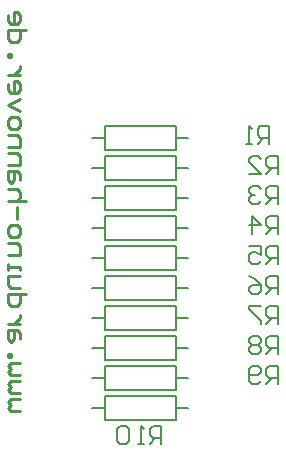
<source format=gbo>
%FSLAX42Y42*%
%MOMM*%
G71*
G01*
G75*
G04 Layer_Color=9936042*
%ADD10C,0.50*%
%ADD11C,1.00*%
G04:AMPARAMS|DCode=12|XSize=5mm|YSize=2.5mm|CornerRadius=0.63mm|HoleSize=0mm|Usage=FLASHONLY|Rotation=0.000|XOffset=0mm|YOffset=0mm|HoleType=Round|Shape=RoundedRectangle|*
%AMROUNDEDRECTD12*
21,1,5.00,1.25,0,0,0.0*
21,1,3.75,2.50,0,0,0.0*
1,1,1.25,1.88,-0.63*
1,1,1.25,-1.88,-0.63*
1,1,1.25,-1.88,0.63*
1,1,1.25,1.88,0.63*
%
%ADD12ROUNDEDRECTD12*%
%ADD13C,2.00*%
%ADD14C,1.60*%
%ADD15R,1.60X1.60*%
%ADD16C,2.30*%
%ADD17C,0.20*%
G04:AMPARAMS|DCode=18|XSize=5.1mm|YSize=2.6mm|CornerRadius=0.68mm|HoleSize=0mm|Usage=FLASHONLY|Rotation=0.000|XOffset=0mm|YOffset=0mm|HoleType=Round|Shape=RoundedRectangle|*
%AMROUNDEDRECTD18*
21,1,5.10,1.25,0,0,0.0*
21,1,3.75,2.60,0,0,0.0*
1,1,1.35,1.88,-0.63*
1,1,1.35,-1.88,-0.63*
1,1,1.35,-1.88,0.63*
1,1,1.35,1.88,0.63*
%
%ADD18ROUNDEDRECTD18*%
%ADD19C,2.10*%
%ADD20C,1.70*%
%ADD21R,1.70X1.70*%
%ADD22C,2.40*%
%ADD23C,0.25*%
D17*
X300Y-354D02*
Y-154D01*
X-300Y-354D02*
Y-154D01*
X300Y-254D02*
X406D01*
X-406D02*
X-300D01*
Y-354D02*
X300D01*
X-300Y-154D02*
X300D01*
X-300Y-408D02*
X300D01*
X-300Y-608D02*
X300D01*
X-406Y-508D02*
X-300D01*
X300D02*
X406D01*
X-300Y-608D02*
Y-408D01*
X300Y-608D02*
Y-408D01*
Y-862D02*
Y-662D01*
X-300Y-862D02*
Y-662D01*
X300Y-762D02*
X406D01*
X-406D02*
X-300D01*
Y-862D02*
X300D01*
X-300Y-662D02*
X300D01*
X-300Y-916D02*
X300D01*
X-300Y-1116D02*
X300D01*
X-406Y-1016D02*
X-300D01*
X300D02*
X406D01*
X-300Y-1116D02*
Y-916D01*
X300Y-1116D02*
Y-916D01*
Y-1370D02*
Y-1170D01*
X-300Y-1370D02*
Y-1170D01*
X300Y-1270D02*
X406D01*
X-406D02*
X-300D01*
Y-1370D02*
X300D01*
X-300Y-1170D02*
X300D01*
X-300Y-1424D02*
X300D01*
X-300Y-1624D02*
X300D01*
X-406Y-1524D02*
X-300D01*
X300D02*
X406D01*
X-300Y-1624D02*
Y-1424D01*
X300Y-1624D02*
Y-1424D01*
Y-1878D02*
Y-1678D01*
X-300Y-1878D02*
Y-1678D01*
X300Y-1778D02*
X406D01*
X-406D02*
X-300D01*
Y-1878D02*
X300D01*
X-300Y-1678D02*
X300D01*
X-300Y608D02*
X300D01*
X-300Y408D02*
X300D01*
X-406Y508D02*
X-300D01*
X300D02*
X406D01*
X-300Y408D02*
Y608D01*
X300Y408D02*
Y608D01*
X-300Y100D02*
X300D01*
X-300Y-100D02*
X300D01*
X-406Y0D02*
X-300D01*
X300D02*
X406D01*
X-300Y-100D02*
Y100D01*
X300Y-100D02*
Y100D01*
Y154D02*
Y354D01*
X-300Y154D02*
Y354D01*
X300Y254D02*
X406D01*
X-406D02*
X-300D01*
Y154D02*
X300D01*
X-300Y354D02*
X300D01*
X178Y-2083D02*
Y-1933D01*
X103D01*
X78Y-1958D01*
Y-2008D01*
X103Y-2033D01*
X178D01*
X128D02*
X78Y-2083D01*
X28D02*
X-22D01*
X3D01*
Y-1933D01*
X28Y-1958D01*
X-97D02*
X-122Y-1933D01*
X-172D01*
X-197Y-1958D01*
Y-2058D01*
X-172Y-2083D01*
X-122D01*
X-97Y-2058D01*
Y-1958D01*
X1168Y-1575D02*
Y-1425D01*
X1093D01*
X1068Y-1450D01*
Y-1500D01*
X1093Y-1525D01*
X1168D01*
X1118D02*
X1068Y-1575D01*
X1018Y-1550D02*
X993Y-1575D01*
X943D01*
X918Y-1550D01*
Y-1450D01*
X943Y-1425D01*
X993D01*
X1018Y-1450D01*
Y-1475D01*
X993Y-1500D01*
X918D01*
X1168Y-1321D02*
Y-1171D01*
X1093D01*
X1068Y-1196D01*
Y-1246D01*
X1093Y-1271D01*
X1168D01*
X1118D02*
X1068Y-1321D01*
X1018Y-1196D02*
X993Y-1171D01*
X943D01*
X918Y-1196D01*
Y-1221D01*
X943Y-1246D01*
X918Y-1271D01*
Y-1296D01*
X943Y-1321D01*
X993D01*
X1018Y-1296D01*
Y-1271D01*
X993Y-1246D01*
X1018Y-1221D01*
Y-1196D01*
X993Y-1246D02*
X943D01*
X1168Y-1067D02*
Y-917D01*
X1093D01*
X1068Y-942D01*
Y-992D01*
X1093Y-1017D01*
X1168D01*
X1118D02*
X1068Y-1067D01*
X1018Y-917D02*
X918D01*
Y-942D01*
X1018Y-1042D01*
Y-1067D01*
X1168Y-813D02*
Y-663D01*
X1093D01*
X1068Y-688D01*
Y-738D01*
X1093Y-763D01*
X1168D01*
X1118D02*
X1068Y-813D01*
X918Y-663D02*
X968Y-688D01*
X1018Y-738D01*
Y-788D01*
X993Y-813D01*
X943D01*
X918Y-788D01*
Y-763D01*
X943Y-738D01*
X1018D01*
X1168Y-559D02*
Y-409D01*
X1093D01*
X1068Y-434D01*
Y-484D01*
X1093Y-509D01*
X1168D01*
X1118D02*
X1068Y-559D01*
X918Y-409D02*
X1018D01*
Y-484D01*
X968Y-459D01*
X943D01*
X918Y-484D01*
Y-534D01*
X943Y-559D01*
X993D01*
X1018Y-534D01*
X1168Y-305D02*
Y-155D01*
X1093D01*
X1068Y-180D01*
Y-230D01*
X1093Y-255D01*
X1168D01*
X1118D02*
X1068Y-305D01*
X943D02*
Y-155D01*
X1018Y-230D01*
X918D01*
X1168Y-51D02*
Y99D01*
X1093D01*
X1068Y74D01*
Y24D01*
X1093Y-1D01*
X1168D01*
X1118D02*
X1068Y-51D01*
X1018Y74D02*
X993Y99D01*
X943D01*
X918Y74D01*
Y49D01*
X943Y24D01*
X968D01*
X943D01*
X918Y-1D01*
Y-26D01*
X943Y-51D01*
X993D01*
X1018Y-26D01*
X1168Y203D02*
Y353D01*
X1093D01*
X1068Y328D01*
Y278D01*
X1093Y253D01*
X1168D01*
X1118D02*
X1068Y203D01*
X918D02*
X1018D01*
X918Y303D01*
Y328D01*
X943Y353D01*
X993D01*
X1018Y328D01*
X1092Y457D02*
Y607D01*
X1017D01*
X992Y582D01*
Y532D01*
X1017Y507D01*
X1092D01*
X1042D02*
X992Y457D01*
X942D02*
X892D01*
X917D01*
Y607D01*
X942Y582D01*
D23*
X-1016Y-1803D02*
X-1092D01*
X-1118Y-1778D01*
X-1092Y-1753D01*
X-1118Y-1727D01*
X-1092Y-1702D01*
X-1016D01*
Y-1651D02*
X-1092D01*
X-1118Y-1626D01*
X-1092Y-1600D01*
X-1118Y-1575D01*
X-1092Y-1549D01*
X-1016D01*
Y-1499D02*
X-1092D01*
X-1118Y-1473D01*
X-1092Y-1448D01*
X-1118Y-1423D01*
X-1092Y-1397D01*
X-1016D01*
X-1118Y-1346D02*
X-1092D01*
Y-1321D01*
X-1118D01*
Y-1346D01*
X-1016Y-1194D02*
Y-1143D01*
X-1041Y-1118D01*
X-1118D01*
Y-1194D01*
X-1092Y-1219D01*
X-1067Y-1194D01*
Y-1118D01*
X-1016Y-1067D02*
X-1118D01*
X-1067D01*
X-1041Y-1042D01*
X-1016Y-1016D01*
Y-991D01*
X-965Y-813D02*
X-1118D01*
Y-889D01*
X-1092Y-915D01*
X-1041D01*
X-1016Y-889D01*
Y-813D01*
Y-762D02*
X-1092D01*
X-1118Y-737D01*
Y-661D01*
X-1016D01*
X-1118Y-610D02*
Y-559D01*
Y-585D01*
X-1016D01*
Y-610D01*
X-1118Y-483D02*
X-1016D01*
Y-407D01*
X-1041Y-381D01*
X-1118D01*
Y-305D02*
Y-255D01*
X-1092Y-229D01*
X-1041D01*
X-1016Y-255D01*
Y-305D01*
X-1041Y-331D01*
X-1092D01*
X-1118Y-305D01*
X-1041Y-178D02*
Y-77D01*
X-965Y-26D02*
X-1118D01*
X-1041D01*
X-1016Y-1D01*
Y50D01*
X-1041Y76D01*
X-1118D01*
X-1016Y152D02*
Y203D01*
X-1041Y228D01*
X-1118D01*
Y152D01*
X-1092Y126D01*
X-1067Y152D01*
Y228D01*
X-1118Y279D02*
X-1016D01*
Y355D01*
X-1041Y380D01*
X-1118D01*
Y431D02*
X-1016D01*
Y507D01*
X-1041Y533D01*
X-1118D01*
Y609D02*
Y660D01*
X-1092Y685D01*
X-1041D01*
X-1016Y660D01*
Y609D01*
X-1041Y583D01*
X-1092D01*
X-1118Y609D01*
X-1016Y736D02*
X-1118Y787D01*
X-1016Y837D01*
X-1118Y964D02*
Y914D01*
X-1092Y888D01*
X-1041D01*
X-1016Y914D01*
Y964D01*
X-1041Y990D01*
X-1067D01*
Y888D01*
X-1016Y1040D02*
X-1118D01*
X-1067D01*
X-1041Y1066D01*
X-1016Y1091D01*
Y1117D01*
X-1118Y1193D02*
X-1092D01*
Y1218D01*
X-1118D01*
Y1193D01*
X-965Y1421D02*
X-1118D01*
Y1345D01*
X-1092Y1320D01*
X-1041D01*
X-1016Y1345D01*
Y1421D01*
X-1118Y1548D02*
Y1498D01*
X-1092Y1472D01*
X-1041D01*
X-1016Y1498D01*
Y1548D01*
X-1041Y1574D01*
X-1067D01*
Y1472D01*
M02*

</source>
